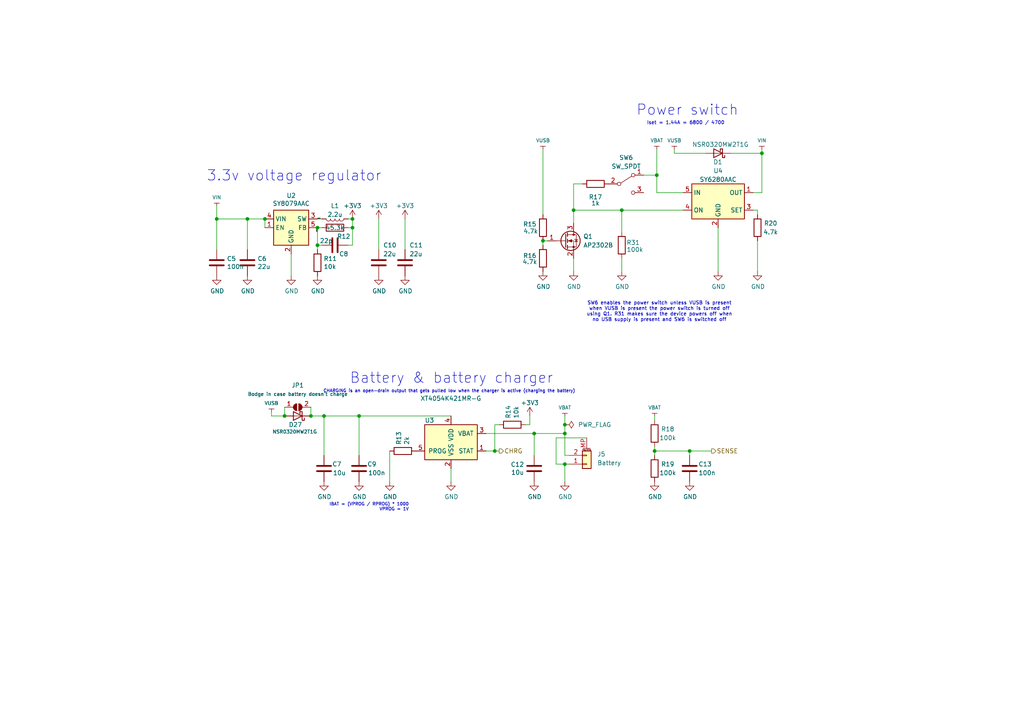
<source format=kicad_sch>
(kicad_sch (version 20231120) (generator "eeschema") (generator_version "7.99")
  (paper "A4")
  (title_block (title "HackerHotel 2024 badge") (date "2023-08-30") (rev "1") (company "Nicolai Electronics & tilde.industries") (comment 1 "License: CERN Open Hardware Licence Version 2 - Permissive"))
  (lib_symbols
    (symbol "Jumper:SolderJumper_2_Open" (pin_names (offset 0) hide)
      (property "Reference" "JP" (at 0 2.032 0))
      (property "Value" "SolderJumper_2_Open" (at 0 -2.54 0))
      (symbol "SolderJumper_2_Open_0_1"
        (arc (start -0.254 1.016) (mid -1.2656 0) (end -0.254 -1.016))
        (arc (start -0.254 1.016) (mid -1.2656 0) (end -0.254 -1.016) (fill (type outline)))
        (polyline (pts (xy -0.254 1.016) (xy -0.254 -1.016)))
        (polyline (pts (xy 0.254 1.016) (xy 0.254 -1.016)))
        (arc (start 0.254 -1.016) (mid 1.2656 0) (end 0.254 1.016))
        (arc (start 0.254 -1.016) (mid 1.2656 0) (end 0.254 1.016) (fill (type outline)))
      )
      (symbol "SolderJumper_2_Open_1_1"
        (pin passive line (at -3.81 0 0) (length 2.54) (name "A") (number "1"))
        (pin passive line (at 3.81 0 180) (length 2.54) (name "B") (number "2"))
      )
    )
    (symbol "Switch:SW_SPDT" (pin_names (offset 0) hide)
      (property "Reference" "SW" (at 0 4.318 0))
      (property "Value" "SW_SPDT" (at 0 -5.08 0))
      (symbol "SW_SPDT_0_0"
        (circle (center -2.032 0) (radius 0.508))
        (circle (center 2.032 -2.54) (radius 0.508))
      )
      (symbol "SW_SPDT_0_1"
        (polyline (pts (xy -1.524 0.254) (xy 1.651 2.286)))
        (circle (center 2.032 2.54) (radius 0.508))
      )
      (symbol "SW_SPDT_1_1"
        (pin passive line (at 5.08 2.54 180) (length 2.54) (name "A") (number "1"))
        (pin passive line (at -5.08 0 0) (length 2.54) (name "B") (number "2"))
        (pin passive line (at 5.08 -2.54 180) (length 2.54) (name "C") (number "3"))
      )
    )
    (symbol "symbols2:+3.3V" (power) (pin_names (offset 0))
      (property "Value" "+3.3V" (at 0 3.556 0))
      (symbol "+3.3V_0_1"
        (polyline (pts (xy -0.762 1.27) (xy 0 2.54)))
        (polyline (pts (xy 0 0) (xy 0 2.54)))
        (polyline (pts (xy 0 2.54) (xy 0.762 1.27)))
      )
      (symbol "+3.3V_1_1"
        (pin power_in line (at 0 0 90) (length 0) hide (name "+3.3V") (number "1"))
      )
    )
    (symbol "symbols2:GND" (power) (pin_names (offset 0))
      (property "Value" "GND" (at 0 -3.81 0))
      (symbol "GND_0_1"
        (polyline (pts (xy 0 0) (xy 0 -1.27) (xy 1.27 -1.27) (xy 0 -2.54) (xy -1.27 -1.27) (xy 0 -1.27)))
      )
      (symbol "GND_1_1"
        (pin power_in line (at 0 0 270) (length 0) hide (name "GND") (number "1"))
      )
    )
    (symbol "symbols2:PWR_FLAG" (power) (pin_numbers hide) (pin_names (offset 0) hide)
      (property "Value" "PWR_FLAG" (at 0 5.08 0))
      (symbol "PWR_FLAG_0_0"
        (pin power_out line (at 0 0 90) (length 0) (name "pwr") (number "1"))
      )
      (symbol "PWR_FLAG_0_1"
        (polyline (pts (xy 0 0) (xy 0 1.27) (xy -1.016 1.905) (xy 0 2.54) (xy 1.016 1.905) (xy 0 1.27)))
      )
    )
    (symbol "symbols2:VBAT-powersyms" (power) (pin_numbers hide) (pin_names (offset 0) hide)
      (property "Value" "VBAT-powersyms" (at 0 1.524 0))
      (symbol "VBAT-powersyms_0_1"
        (polyline (pts (xy -0.762 0.762) (xy 0.762 0.762)))
        (polyline (pts (xy 0 0) (xy 0 0.762)))
      )
      (symbol "VBAT-powersyms_1_1"
        (pin power_in line (at 0 0 90) (length 0) hide (name "VBAT") (number "1"))
      )
    )
    (symbol "symbols2:VIN-vin" (power) (pin_numbers hide) (pin_names (offset 0) hide)
      (property "Value" "VIN-vin" (at 0 1.524 0))
      (symbol "VIN-vin_0_1"
        (polyline (pts (xy -0.762 0.762) (xy 0.762 0.762)))
        (polyline (pts (xy 0 0) (xy 0 0.762)))
      )
      (symbol "VIN-vin_1_1"
        (pin power_in line (at 0 0 90) (length 0) hide (name "VIN") (number "1"))
      )
    )
    (symbol "symbols2:VUSB-vusb" (power) (pin_numbers hide) (pin_names (offset 0) hide)
      (property "Value" "VUSB-vusb" (at 0 1.524 0))
      (symbol "VUSB-vusb_0_1"
        (polyline (pts (xy -0.762 0.762) (xy 0.762 0.762)))
        (polyline (pts (xy 0 0) (xy 0 0.762)))
      )
      (symbol "VUSB-vusb_1_1"
        (pin power_in line (at 0 0 90) (length 0) hide (name "VUSB") (number "1"))
      )
    )
    (symbol "symbols:AAT4610BIGV-1-T1-Power_Management"
      (property "Reference" "U" (at -6.35 -6.35 0))
      (property "Value" "AAT4610BIGV-1-T1-Power_Management" (at 0 6.35 0))
      (symbol "AAT4610BIGV-1-T1-Power_Management_0_1"
        (rectangle (start -7.62 5.08) (end 7.62 -5.08) (stroke (width 0.254)) (fill (type background)))
      )
      (symbol "AAT4610BIGV-1-T1-Power_Management_1_1"
        (pin power_out line (at 10.16 2.54 180) (length 2.54) (name "OUT") (number "1"))
        (pin power_in line (at 0 -7.62 90) (length 2.54) (name "GND") (number "2"))
        (pin passive line (at 10.16 -2.54 180) (length 2.54) (name "SET") (number "3"))
        (pin input line (at -10.16 -2.54 0) (length 2.54) (name "ON") (number "4"))
        (pin power_in line (at -10.16 2.54 0) (length 2.54) (name "IN") (number "5"))
      )
    )
    (symbol "symbols:C" (pin_numbers hide) (pin_names (offset 0.254))
      (property "Reference" "C" (at 0.635 2.54 0))
      (property "Value" "C" (at 0.635 -2.54 0))
      (symbol "C_0_1"
        (polyline (pts (xy -2.032 -0.762) (xy 2.032 -0.762)) (stroke (width 0.508)))
        (polyline (pts (xy -2.032 0.762) (xy 2.032 0.762)) (stroke (width 0.508)))
      )
      (symbol "C_1_1"
        (pin passive line (at 0 3.81 270) (length 2.794) (name "~") (number "1"))
        (pin passive line (at 0 -3.81 90) (length 2.794) (name "~") (number "2"))
      )
    )
    (symbol "symbols:Conn_01x02_MountingPin" (pin_names (offset 1.016) hide)
      (property "Reference" "J" (at 0 2.54 0))
      (property "Value" "Conn_01x02_MountingPin" (at 1.27 -5.08 0))
      (symbol "Conn_01x02_MountingPin_1_1"
        (rectangle (start -1.27 -2.413) (end 0 -2.667) (stroke (width 0.1524)))
        (rectangle (start -1.27 0.127) (end 0 -0.127) (stroke (width 0.1524)))
        (rectangle (start -1.27 1.27) (end 1.27 -3.81) (stroke (width 0.254)) (fill (type background)))
        (polyline (pts (xy -1.016 -4.572) (xy 1.016 -4.572)) (stroke (width 0.1524)))
        (text "Mounting" (at 0 -4.191 0) (effects (font (size 0.381 0.381))))
        (pin passive line (at -5.08 0 0) (length 3.81) (name "Pin_1") (number "1"))
        (pin passive line (at -5.08 -2.54 0) (length 3.81) (name "Pin_2") (number "2"))
        (pin passive line (at 0 -7.62 90) (length 3.048) (name "MountPin") (number "MP"))
      )
    )
    (symbol "symbols:D_Schottky" (pin_numbers hide) (pin_names (offset 1.016) hide)
      (property "Reference" "D" (at 0 2.54 0))
      (property "Value" "D_Schottky" (at 0 -2.54 0))
      (symbol "D_Schottky_0_1"
        (polyline (pts (xy 1.27 0) (xy -1.27 0)))
        (polyline (pts (xy 1.27 1.27) (xy 1.27 -1.27) (xy -1.27 0) (xy 1.27 1.27)) (stroke (width 0.254)))
        (polyline (pts (xy -1.905 0.635) (xy -1.905 1.27) (xy -1.27 1.27) (xy -1.27 -1.27) (xy -0.635 -1.27) (xy -0.635 -0.635)) (stroke (width 0.254)))
      )
      (symbol "D_Schottky_1_1"
        (pin passive line (at -3.81 0 0) (length 2.54) (name "K") (number "1"))
        (pin passive line (at 3.81 0 180) (length 2.54) (name "A") (number "2"))
      )
    )
    (symbol "symbols:L" (pin_numbers hide) (pin_names (offset 1.016) hide)
      (property "Reference" "L" (at -1.27 0 90))
      (property "Value" "L" (at 1.905 0 90))
      (symbol "L_0_1"
        (arc (start 0 -2.54) (mid 0.6323 -1.905) (end 0 -1.27))
        (arc (start 0 -1.27) (mid 0.6323 -0.635) (end 0 0))
        (arc (start 0 0) (mid 0.6323 0.635) (end 0 1.27))
        (arc (start 0 1.27) (mid 0.6323 1.905) (end 0 2.54))
      )
      (symbol "L_1_1"
        (pin passive line (at 0 3.81 270) (length 1.27) (name "1") (number "1"))
        (pin passive line (at 0 -3.81 90) (length 1.27) (name "2") (number "2"))
      )
    )
    (symbol "symbols:MCP73831-2-OT-Battery_Management" (pin_names (offset 1.016))
      (property "Reference" "U" (at -7.62 6.35 0))
      (property "Value" "MCP73831-2-OT-Battery_Management" (at 1.27 6.35 0))
      (symbol "MCP73831-2-OT-Battery_Management_0_1"
        (rectangle (start -7.62 5.08) (end 7.62 -5.08) (stroke (width 0.254)) (fill (type background)))
      )
      (symbol "MCP73831-2-OT-Battery_Management_1_1"
        (pin output line (at 10.16 -2.54 180) (length 2.54) (name "STAT") (number "1"))
        (pin power_in line (at 0 -7.62 90) (length 2.54) (name "VSS") (number "2"))
        (pin power_out line (at 10.16 2.54 180) (length 2.54) (name "VBAT") (number "3"))
        (pin power_in line (at 0 7.62 270) (length 2.54) (name "VDD") (number "4"))
        (pin input line (at -10.16 -2.54 0) (length 2.54) (name "PROG") (number "5"))
      )
    )
    (symbol "symbols:Q_NMOS_GSD" (pin_names (offset 0) hide)
      (property "Reference" "Q" (at 5.08 1.27 0))
      (property "Value" "Q_NMOS_GSD" (at 5.08 -1.27 0))
      (symbol "Q_NMOS_GSD_0_1"
        (polyline (pts (xy 0.254 0) (xy -2.54 0)))
        (polyline (pts (xy 0.254 1.905) (xy 0.254 -1.905)) (stroke (width 0.254)))
        (polyline (pts (xy 0.762 -1.27) (xy 0.762 -2.286)) (stroke (width 0.254)))
        (polyline (pts (xy 0.762 0.508) (xy 0.762 -0.508)) (stroke (width 0.254)))
        (polyline (pts (xy 0.762 2.286) (xy 0.762 1.27)) (stroke (width 0.254)))
        (polyline (pts (xy 2.54 2.54) (xy 2.54 1.778)))
        (polyline (pts (xy 2.54 -2.54) (xy 2.54 0) (xy 0.762 0)))
        (polyline (pts (xy 0.762 -1.778) (xy 3.302 -1.778) (xy 3.302 1.778) (xy 0.762 1.778)))
        (polyline (pts (xy 1.016 0) (xy 2.032 0.381) (xy 2.032 -0.381) (xy 1.016 0)) (fill (type outline)))
        (polyline (pts (xy 2.794 0.508) (xy 2.921 0.381) (xy 3.683 0.381) (xy 3.81 0.254)))
        (polyline (pts (xy 3.302 0.381) (xy 2.921 -0.254) (xy 3.683 -0.254) (xy 3.302 0.381)))
        (circle (center 1.651 0) (radius 2.794) (stroke (width 0.254)))
        (circle (center 2.54 -1.778) (radius 0.254) (fill (type outline)))
        (circle (center 2.54 1.778) (radius 0.254) (fill (type outline)))
      )
      (symbol "Q_NMOS_GSD_1_1"
        (pin input line (at -5.08 0 0) (length 2.54) (name "G") (number "1"))
        (pin passive line (at 2.54 -5.08 90) (length 2.54) (name "S") (number "2"))
        (pin passive line (at 2.54 5.08 270) (length 2.54) (name "D") (number "3"))
      )
    )
    (symbol "symbols:R" (pin_numbers hide) (pin_names (offset 0))
      (property "Reference" "R" (at 2.032 0 90))
      (property "Value" "R" (at 0 0 90))
      (symbol "R_0_1"
        (rectangle (start -1.016 -2.54) (end 1.016 2.54) (stroke (width 0.254)))
      )
      (symbol "R_1_1"
        (pin passive line (at 0 3.81 270) (length 1.27) (name "~") (number "1"))
        (pin passive line (at 0 -3.81 90) (length 1.27) (name "~") (number "2"))
      )
    )
    (symbol "symbols:TLV62568DBV-Regulator_Switching"
      (property "Reference" "U" (at -5.08 6.35 0))
      (property "Value" "TLV62568DBV-Regulator_Switching" (at 0 6.35 0))
      (symbol "TLV62568DBV-Regulator_Switching_0_1"
        (rectangle (start -5.08 5.08) (end 5.08 -5.08) (stroke (width 0.254)) (fill (type background)))
      )
      (symbol "TLV62568DBV-Regulator_Switching_1_1"
        (pin input line (at -7.62 0 0) (length 2.54) (name "EN") (number "1"))
        (pin power_in line (at 0 -7.62 90) (length 2.54) (name "GND") (number "2"))
        (pin power_out line (at 7.62 2.54 180) (length 2.54) (name "SW") (number "3"))
        (pin power_in line (at -7.62 2.54 0) (length 2.54) (name "VIN") (number "4"))
        (pin input line (at 7.62 0 180) (length 2.54) (name "FB") (number "5"))
      )
    )
  )
  (junction (at 163.83 125.73))
  (junction (at 163.83 134.62))
  (junction (at 62.865 63.5))
  (junction (at 90.17 120.65))
  (junction (at 82.55 120.65))
  (junction (at 189.865 130.81))
  (junction (at 71.755 63.5))
  (junction (at 92.075 71.12))
  (junction (at 190.5 50.8))
  (junction (at 76.835 63.5))
  (junction (at 157.48 69.85))
  (junction (at 92.075 66.04))
  (junction (at 102.235 63.5))
  (junction (at 180.34 60.96))
  (junction (at 200.025 130.81))
  (junction (at 154.94 125.73))
  (junction (at 102.235 66.04))
  (junction (at 104.14 120.65))
  (junction (at 143.51 130.81))
  (junction (at 220.98 44.45))
  (junction (at 166.37 60.96))
  (junction (at 163.83 123.19))
  (junction (at 93.98 120.65))
  (wire (pts (xy 100.965 71.12) (xy 102.235 71.12)))
  (wire (pts (xy 208.28 66.04) (xy 208.28 78.74)))
  (wire (pts (xy 102.235 63.5) (xy 100.965 63.5)))
  (wire (pts (xy 154.94 125.73) (xy 163.83 125.73)))
  (wire (pts (xy 195.58 43.18) (xy 195.58 44.45)))
  (wire (pts (xy 195.58 44.45) (xy 204.47 44.45)))
  (wire (pts (xy 82.55 118.11) (xy 82.55 120.65)))
  (wire (pts (xy 92.075 72.39) (xy 92.075 71.12)))
  (wire (pts (xy 186.69 50.8) (xy 190.5 50.8)))
  (wire (pts (xy 180.34 60.96) (xy 180.34 67.31)))
  (wire (pts (xy 163.83 120.65) (xy 163.83 123.19)))
  (wire (pts (xy 190.5 50.8) (xy 190.5 55.88)))
  (wire (pts (xy 189.865 130.81) (xy 200.025 130.81)))
  (wire (pts (xy 113.03 130.81) (xy 113.03 139.7)))
  (wire (pts (xy 109.855 63.5) (xy 109.855 72.39)))
  (wire (pts (xy 143.51 130.81) (xy 144.78 130.81)))
  (wire (pts (xy 200.025 130.81) (xy 200.025 132.08)))
  (wire (pts (xy 168.91 53.34) (xy 166.37 53.34)))
  (wire (pts (xy 71.755 63.5) (xy 76.835 63.5)))
  (wire (pts (xy 92.075 71.12) (xy 92.075 66.04)))
  (wire (pts (xy 220.98 44.45) (xy 220.98 55.88)))
  (wire (pts (xy 153.67 120.65) (xy 153.67 123.19)))
  (wire (pts (xy 165.1 134.62) (xy 163.83 134.62)))
  (wire (pts (xy 158.75 69.85) (xy 157.48 69.85)))
  (wire (pts (xy 130.81 135.89) (xy 130.81 139.7)))
  (wire (pts (xy 90.17 118.11) (xy 90.17 120.65)))
  (wire (pts (xy 62.865 63.5) (xy 71.755 63.5)))
  (wire (pts (xy 102.235 66.04) (xy 100.965 66.04)))
  (wire (pts (xy 154.94 132.08) (xy 154.94 125.73)))
  (wire (pts (xy 212.09 44.45) (xy 220.98 44.45)))
  (wire (pts (xy 163.83 123.19) (xy 163.83 125.73)))
  (wire (pts (xy 189.865 129.54) (xy 189.865 130.81)))
  (wire (pts (xy 157.48 43.18) (xy 157.48 62.23)))
  (wire (pts (xy 219.71 69.85) (xy 219.71 78.74)))
  (wire (pts (xy 78.74 120.65) (xy 78.74 119.38)))
  (wire (pts (xy 189.865 130.81) (xy 189.865 132.08)))
  (wire (pts (xy 93.98 132.08) (xy 93.98 120.65)))
  (wire (pts (xy 163.83 125.73) (xy 163.83 132.08)))
  (wire (pts (xy 189.865 120.65) (xy 189.865 121.92)))
  (wire (pts (xy 220.98 44.45) (xy 220.98 43.18)))
  (wire (pts (xy 102.235 71.12) (xy 102.235 66.04)))
  (wire (pts (xy 143.51 130.81) (xy 140.97 130.81)))
  (wire (pts (xy 71.755 72.39) (xy 71.755 63.5)))
  (wire (pts (xy 92.075 66.04) (xy 93.345 66.04)))
  (wire (pts (xy 104.14 120.65) (xy 104.14 132.08)))
  (wire (pts (xy 180.34 60.96) (xy 198.12 60.96)))
  (wire (pts (xy 190.5 55.88) (xy 198.12 55.88)))
  (wire (pts (xy 219.71 60.96) (xy 218.44 60.96)))
  (wire (pts (xy 157.48 69.85) (xy 157.48 71.12)))
  (wire (pts (xy 62.865 63.5) (xy 62.865 72.39)))
  (wire (pts (xy 93.345 71.12) (xy 92.075 71.12)))
  (wire (pts (xy 90.17 120.65) (xy 93.98 120.65)))
  (wire (pts (xy 180.34 74.93) (xy 180.34 78.74)))
  (wire (pts (xy 161.29 127) (xy 161.29 134.62)))
  (wire (pts (xy 161.29 134.62) (xy 163.83 134.62)))
  (wire (pts (xy 190.5 43.18) (xy 190.5 50.8)))
  (wire (pts (xy 102.235 66.04) (xy 102.235 63.5)))
  (wire (pts (xy 130.81 120.65) (xy 104.14 120.65)))
  (wire (pts (xy 144.78 123.19) (xy 143.51 123.19)))
  (wire (pts (xy 166.37 60.96) (xy 166.37 64.77)))
  (wire (pts (xy 218.44 55.88) (xy 220.98 55.88)))
  (wire (pts (xy 76.835 66.04) (xy 76.835 63.5)))
  (wire (pts (xy 153.67 123.19) (xy 152.4 123.19)))
  (wire (pts (xy 166.37 53.34) (xy 166.37 60.96)))
  (wire (pts (xy 219.71 62.23) (xy 219.71 60.96)))
  (wire (pts (xy 84.455 73.66) (xy 84.455 80.01)))
  (wire (pts (xy 143.51 123.19) (xy 143.51 130.81)))
  (wire (pts (xy 92.075 63.5) (xy 93.345 63.5)))
  (wire (pts (xy 161.29 127) (xy 170.18 127)))
  (wire (pts (xy 166.37 60.96) (xy 180.34 60.96)))
  (wire (pts (xy 93.98 120.65) (xy 104.14 120.65)))
  (wire (pts (xy 163.83 132.08) (xy 165.1 132.08)))
  (wire (pts (xy 140.97 125.73) (xy 154.94 125.73)))
  (wire (pts (xy 163.83 134.62) (xy 163.83 139.7)))
  (wire (pts (xy 200.025 130.81) (xy 206.375 130.81)))
  (wire (pts (xy 78.74 120.65) (xy 82.55 120.65)))
  (wire (pts (xy 166.37 74.93) (xy 166.37 78.74)))
  (wire (pts (xy 117.475 72.39) (xy 117.475 63.5)))
  (wire (pts (xy 62.865 59.69) (xy 62.865 63.5)))
  (text "CHARGING is an open-drain output that gets pulled low when the charger is active (charging the battery)" (at 166.878 114.046 0) (effects (font (size 0.889 0.889)) (justify right bottom)))
  (text "Power switch" (at 214.249 33.782 0) (effects (font (size 2.9972 2.9972)) (justify right bottom)))
  (text "Battery & battery charger" (at 160.528 111.506 0) (effects (font (size 2.9972 2.9972)) (justify right bottom)))
  (text "SW6 enables the power switch unless VUSB is present\nwhen VUSB is present the power switch is turned off\nusing Q1. R31 makes sure the device powers off when\nno USB supply is present and SW6 is switched off" (at 191.262 90.424 0) (effects (font (size 1 1))))
  (text "3.3v voltage regulator" (at 110.744 52.832 0) (effects (font (size 2.9972 2.9972)) (justify right bottom)))
  (text "IBAT = (VPROG / RPROG) * 1000\nVPROG = 1V\n" (at 118.618 148.336 0) (effects (font (size 0.889 0.889)) (justify right bottom)))
  (text "Iset = 1.44A = 6800 / 4700" (at 187.579 36.322 0) (effects (font (size 0.9906 0.9906)) (justify left bottom)))
  (label "SW33" (at 92.075 63.5 0) (effects (font (size 0.2032 0.2032))))
  (label "FB33" (at 92.075 67.31 90) (effects (font (size 0.2032 0.2032))))
  (hierarchical_label "SENSE" (shape output) (at 206.375 130.81 0))
  (hierarchical_label "CHRG" (shape output) (at 144.78 130.81 0))
  (symbol (lib_id "symbols2:VIN-vin") (at 62.865 59.69 0) (unit 1)
    (property "Reference" "#PWR030" (effects (hide yes)))
    (property "Value" "VIN" (at 62.865 57.2516 0) (effects (font (size 1.016 1.016))))
  )
  (symbol (lib_id "symbols:C") (at 200.025 135.89 0) (unit 1)
    (property "Reference" "C13" (at 202.565 134.62 0) (effects (justify left)))
    (property "Value" "100n" (at 202.565 137.16 0) (effects (justify left)))
    (property "Footprint" "Capacitor_SMD:C_0805_2012Metric" (effects (hide yes)))
    (property "Datasheet" "https://datasheet.lcsc.com/lcsc/1912300933_TORCH-C0805B104K500NT_C476766.pdf" (effects (hide yes)))
    (property "LCSC" "C476766" (effects (hide yes)))
    (property "Link" "https://www.lcsc.com/product-detail/Multilayer-Ceramic-Capacitors-MLCC-SMD-SMT_TORCH-C0805B104K500NT_C476766.html" (effects (hide yes)))
  )
  (symbol (lib_id "symbols:C") (at 104.14 135.89 180) (unit 1)
    (property "Reference" "C9" (at 109.22 134.62 0) (effects (justify left)))
    (property "Value" "100n" (at 111.76 137.16 0) (effects (justify left)))
    (property "Footprint" "Capacitor_SMD:C_0805_2012Metric" (effects (hide yes)))
    (property "Datasheet" "https://datasheet.lcsc.com/lcsc/1912300933_TORCH-C0805B104K500NT_C476766.pdf" (effects (hide yes)))
    (property "LCSC" "C476766" (effects (hide yes)))
    (property "Link" "https://www.lcsc.com/product-detail/Multilayer-Ceramic-Capacitors-MLCC-SMD-SMT_TORCH-C0805B104K500NT_C476766.html" (effects (hide yes)))
  )
  (symbol (lib_id "symbols2:GND") (at 84.455 80.01 0) (unit 1)
    (property "Reference" "#PWR033" (effects (hide yes)))
    (property "Value" "GND" (at 84.582 84.4042 0))
    (property "Description" "Power symbol creates a global label with name \"GND\" , ground" (effects (hide yes)))
  )
  (symbol (lib_id "symbols2:+3.3V") (at 153.67 120.65 0) (unit 1)
    (property "Reference" "#PWR047" (effects (hide yes)))
    (property "Value" "+3V3" (at 153.67 116.84 0))
    (property "Description" "Power symbol creates a global label with name \"+3.3V\"" (effects (hide yes)))
  )
  (symbol (lib_id "symbols2:VIN-vin") (at 220.98 43.18 0) (unit 1)
    (property "Reference" "#PWR061" (effects (hide yes)))
    (property "Value" "VIN" (at 220.98 40.7416 0) (effects (font (size 1.016 1.016))))
  )
  (symbol (lib_id "symbols2:VBAT-powersyms") (at 190.5 43.18 0) (unit 1)
    (property "Reference" "#PWR053" (effects (hide yes)))
    (property "Value" "VBAT" (at 190.5 40.7416 0) (effects (font (size 1.016 1.016))))
  )
  (symbol (lib_id "symbols:Q_NMOS_GSD") (at 163.83 69.85 0) (unit 1)
    (property "Reference" "Q1" (at 169.164 68.5799 0) (effects (justify left)))
    (property "Value" "AP2302B" (at 169.164 71.1199 0) (effects (justify left)))
    (property "Footprint" "hh24:SOT-23" (effects (hide yes)))
    (property "Datasheet" "https://datasheet.lcsc.com/lcsc/1912111437_ALLPOWER-ShenZhen-Quan-Li-Semiconductor-AP2302B_C406812.pdf" (effects (hide yes)))
    (property "LCSC" "C406812" (effects (hide yes)))
    (property "Link" "https://www.lcsc.com/product-detail/MOSFETs_ALLPOWER-ShenZhen-Quan-Li-Semiconductor-AP2302B_C406812.html" (effects (hide yes)))
  )
  (symbol (lib_id "symbols2:GND") (at 71.755 80.01 0) (unit 1)
    (property "Reference" "#PWR032" (effects (hide yes)))
    (property "Value" "GND" (at 71.882 84.4042 0))
    (property "Description" "Power symbol creates a global label with name \"GND\" , ground" (effects (hide yes)))
  )
  (symbol (lib_id "symbols2:GND") (at 109.855 80.01 0) (unit 1)
    (property "Reference" "#PWR041" (effects (hide yes)))
    (property "Value" "GND" (at 109.982 84.4042 0))
    (property "Description" "Power symbol creates a global label with name \"GND\" , ground" (effects (hide yes)))
  )
  (symbol (lib_id "symbols:C") (at 109.855 76.2 0) (unit 1)
    (property "Reference" "C10" (at 111.125 71.12 0) (effects (justify left)))
    (property "Value" "22u" (at 111.125 73.66 0) (effects (justify left)))
    (property "Footprint" "Capacitor_SMD:C_0805_2012Metric" (effects (hide yes)))
    (property "Datasheet" "https://datasheet.lcsc.com/lcsc/2006102223_Samsung-Electro-Mechanics-CL21A226MAYNNNE_C602037.pdf" (effects (hide yes)))
    (property "LCSC" "C602037" (effects (hide yes)))
    (property "Link" "https://www.lcsc.com/product-detail/Multilayer-Ceramic-Capacitors-MLCC-SMD-SMT_Samsung-Electro-Mechanics-CL21A226MAYNNNE_C602037.html" (effects (hide yes)))
  )
  (symbol (lib_id "symbols:AAT4610BIGV-1-T1-Power_Management") (at 208.28 58.42 0) (unit 1)
    (property "Reference" "U4" (at 208.28 49.53 0))
    (property "Value" "SY6280AAC" (at 208.28 52.07 0))
    (property "Footprint" "hh24:SOT-23-5" (effects (hide yes)))
    (property "Datasheet" "https://datasheet.lcsc.com/lcsc/1810121532_Silergy-Corp-SY6280AAC_C55136.pdf" (effects (hide yes)))
    (property "LCSC" "C55136" (effects (hide yes)))
    (property "Link" "https://www.lcsc.com/product-detail/Power-Distribution-Switches_Silergy-Corp-SY6280AAC_C55136.html" (effects (hide yes)))
  )
  (symbol (lib_id "symbols2:+3.3V") (at 109.855 63.5 0) (unit 1)
    (property "Reference" "#PWR040" (effects (hide yes)))
    (property "Value" "+3V3" (at 109.855 59.69 0))
    (property "Description" "Power symbol creates a global label with name \"+3.3V\"" (effects (hide yes)))
  )
  (symbol (lib_id "symbols2:VBAT-powersyms") (at 189.865 120.65 0) (unit 1)
    (property "Reference" "#PWR055" (effects (hide yes)))
    (property "Value" "VBAT" (at 189.865 118.2116 0) (effects (font (size 1.016 1.016))))
  )
  (symbol (lib_id "symbols2:PWR_FLAG") (at 163.83 123.19 270) (unit 1)
    (property "Reference" "#FLG02" (effects (hide yes)))
    (property "Value" "PWR_FLAG" (at 167.64 123.19 90) (effects (justify left)))
  )
  (symbol (lib_id "symbols:C") (at 97.155 71.12 270) (unit 1)
    (property "Reference" "C8" (at 99.695 73.66 90))
    (property "Value" "22p" (at 94.615 69.85 90))
    (property "Footprint" "Capacitor_SMD:C_0805_2012Metric" (effects (hide yes)))
    (property "Datasheet" "https://datasheet.lcsc.com/lcsc/2208181800_FOJAN-FCC0805N220J500BT_C5137614.pdf" (effects (hide yes)))
    (property "LCSC" "C5137614" (effects (hide yes)))
    (property "Link" "https://www.lcsc.com/product-detail/Multilayer-Ceramic-Capacitors-MLCC-SMD-SMT_FOJAN-FCC0805N220J500BT_C5137614.html" (effects (hide yes)))
  )
  (symbol (lib_id "symbols2:GND") (at 117.475 80.01 0) (unit 1)
    (property "Reference" "#PWR044" (effects (hide yes)))
    (property "Value" "GND" (at 117.602 84.4042 0))
    (property "Description" "Power symbol creates a global label with name \"GND\" , ground" (effects (hide yes)))
  )
  (symbol (lib_id "symbols2:+3.3V") (at 117.475 63.5 0) (unit 1)
    (property "Reference" "#PWR043" (effects (hide yes)))
    (property "Value" "+3V3" (at 117.475 59.69 0))
    (property "Description" "Power symbol creates a global label with name \"+3.3V\"" (effects (hide yes)))
  )
  (symbol (lib_id "Switch:SW_SPDT") (at 181.61 53.34 0) (unit 1)
    (property "Reference" "SW6" (at 181.61 45.72 0))
    (property "Value" "SW_SPDT" (at 181.61 48.26 0))
    (property "Footprint" "Button_Switch_SMD:SW_SPDT_PCM12" (effects (hide yes)))
    (property "Datasheet" "https://datasheet.lcsc.com/lcsc/2110151630_XKB-Connectivity-SK-3296S-01-L1_C319020.pdf" (effects (hide yes)))
    (property "Link" "https://www.lcsc.com/product-detail/Toggle-Switches_XKB-Connectivity-SK-3296S-01-L1_C319020.html" (effects (hide yes)))
    (property "LCSC" "C319020" (effects (hide yes)))
  )
  (symbol (lib_id "symbols2:GND") (at 163.83 139.7 0) (unit 1)
    (property "Reference" "#PWR050" (effects (hide yes)))
    (property "Value" "GND" (at 163.957 144.0942 0))
    (property "Description" "Power symbol creates a global label with name \"GND\" , ground" (effects (hide yes)))
  )
  (symbol (lib_id "symbols:D_Schottky") (at 86.36 120.65 180) (unit 1)
    (property "Reference" "D27" (at 87.63 123.19 0) (effects (justify left)))
    (property "Value" "NSR0320MW2T1G" (at 91.948 125.222 0) (effects (font (size 1 1)) (justify left)))
    (property "Footprint" "hh24:D_SOD-323" (effects (hide yes)))
    (property "Datasheet" "https://datasheet.lcsc.com/lcsc/1806150330_onsemi-NSR0320MW2T1G_C48192.pdf" (effects (hide yes)))
    (property "LCSC" "C48192" (effects (hide yes)))
    (property "Link" "https://www.lcsc.com/product-detail/Schottky-Barrier-Diodes-SBD_onsemi-NSR0320MW2T1G_C48192.html" (effects (hide yes)))
  )
  (symbol (lib_id "symbols:R") (at 157.48 66.04 0) (unit 1)
    (property "Reference" "R15" (at 153.67 65.024 0))
    (property "Value" "4.7k" (at 153.924 67.056 0))
    (property "Footprint" "Resistor_SMD:R_0805_2012Metric" (effects (hide yes)))
    (property "LCSC" "C2907326" (effects (hide yes)))
    (property "Link" "https://www.lcsc.com/product-detail/Chip-span-style-background-color-ff0-Resistor-span-Surface-Mount_FOJAN-FRC0805J472-TS_C2907326.html" (effects (hide yes)))
  )
  (symbol (lib_id "symbols2:GND") (at 208.28 78.74 0) (unit 1)
    (property "Reference" "#PWR059" (effects (hide yes)))
    (property "Value" "GND" (at 208.407 83.1342 0))
    (property "Description" "Power symbol creates a global label with name \"GND\" , ground" (effects (hide yes)))
  )
  (symbol (lib_id "symbols2:GND") (at 130.81 139.7 0) (unit 1)
    (property "Reference" "#PWR046" (effects (hide yes)))
    (property "Value" "GND" (at 130.937 144.0942 0))
    (property "Description" "Power symbol creates a global label with name \"GND\" , ground" (effects (hide yes)))
  )
  (symbol (lib_id "symbols2:GND") (at 200.025 139.7 0) (unit 1)
    (property "Reference" "#PWR058" (effects (hide yes)))
    (property "Value" "GND" (at 200.152 144.0942 0))
    (property "Description" "Power symbol creates a global label with name \"GND\" , ground" (effects (hide yes)))
  )
  (symbol (lib_id "symbols:R") (at 219.71 66.04 180) (unit 1)
    (property "Reference" "R20" (at 223.52 64.77 0))
    (property "Value" "4.7k" (at 223.52 67.31 0))
    (property "Footprint" "Resistor_SMD:R_0805_2012Metric" (effects (hide yes)))
    (property "Datasheet" "https://datasheet.lcsc.com/lcsc/2308241947_FOJAN-FRC0805J472-TS_C2907326.pdf" (effects (hide yes)))
    (property "LCSC" "C2907326" (effects (hide yes)))
    (property "Link" "https://www.lcsc.com/product-detail/Chip-span-style-background-color-ff0-Resistor-span-Surface-Mount_FOJAN-FRC0805J472-TS_C2907326.html" (effects (hide yes)))
  )
  (symbol (lib_id "symbols:R") (at 189.865 125.73 180) (unit 1)
    (property "Reference" "R18" (at 193.675 124.46 0))
    (property "Value" "100k" (at 193.675 127 0))
    (property "Footprint" "Resistor_SMD:R_0805_2012Metric" (effects (hide yes)))
    (property "Datasheet" "https://datasheet.lcsc.com/lcsc/2308241947_FOJAN-FRC0805J104-TS_C2907293.pdf" (effects (hide yes)))
    (property "LCSC" "C2907293" (effects (hide yes)))
    (property "Link" "https://www.lcsc.com/product-detail/Chip-span-style-background-color-ff0-Resistor-span-Surface-Mount_FOJAN-FRC0805J104-TS_C2907293.html" (effects (hide yes)))
  )
  (symbol (lib_id "symbols:TLV62568DBV-Regulator_Switching") (at 84.455 66.04 0) (unit 1)
    (property "Reference" "U2" (at 84.455 56.7182 0))
    (property "Value" "SY8079AAC" (at 84.455 59.0296 0))
    (property "Footprint" "hh24:SOT-23-5" (effects (hide yes)))
    (property "Datasheet" "https://datasheet.lcsc.com/lcsc/1809050356_Silergy-Corp-SY8079AAC_C133751.pdf" (effects (hide yes)))
    (property "LCSC" "C133751" (effects (hide yes)))
    (property "Link" "https://www.lcsc.com/product-detail/DC-DC-Converters_Silergy-Corp-SY8079AAC_C133751.html" (effects (hide yes)))
  )
  (symbol (lib_id "symbols:R") (at 172.72 53.34 90) (unit 1)
    (property "Reference" "R17" (at 172.72 57.15 90))
    (property "Value" "1k" (at 172.72 58.928 90))
    (property "Footprint" "Resistor_SMD:R_0805_2012Metric" (effects (hide yes)))
    (property "LCSC" "C3017842" (effects (hide yes)))
    (property "Link" "https://www.lcsc.com/product-detail/Chip-span-style-background-color-ff0-Resistor-span-Surface-Mount_VO-SCR0805J1K_C3017842.html " (effects (hide yes)))
  )
  (symbol (lib_id "symbols2:GND") (at 166.37 78.74 0) (unit 1)
    (property "Reference" "#PWR054" (effects (hide yes)))
    (property "Value" "GND" (at 166.497 83.1342 0))
    (property "Description" "Power symbol creates a global label with name \"GND\" , ground" (effects (hide yes)))
  )
  (symbol (lib_id "symbols:C") (at 62.865 76.2 0) (unit 1)
    (property "Reference" "C5" (at 65.786 75.0316 0) (effects (justify left)))
    (property "Value" "100n" (at 65.786 77.343 0) (effects (justify left)))
    (property "Footprint" "Capacitor_SMD:C_0805_2012Metric" (effects (hide yes)))
    (property "Datasheet" "https://datasheet.lcsc.com/lcsc/1912300933_TORCH-C0805B104K500NT_C476766.pdf" (effects (hide yes)))
    (property "LCSC" "C476766" (effects (hide yes)))
    (property "Link" "https://www.lcsc.com/product-detail/Multilayer-Ceramic-Capacitors-MLCC-SMD-SMT_TORCH-C0805B104K500NT_C476766.html" (effects (hide yes)))
  )
  (symbol (lib_id "symbols:R") (at 180.34 71.12 180) (unit 1)
    (property "Reference" "R31" (at 183.642 70.358 0))
    (property "Value" "100k" (at 184.15 72.39 0))
    (property "Footprint" "Resistor_SMD:R_0805_2012Metric" (effects (hide yes)))
    (property "Datasheet" "https://datasheet.lcsc.com/lcsc/2308241947_FOJAN-FRC0805J104-TS_C2907293.pdf" (effects (hide yes)))
    (property "LCSC" "C2907293" (effects (hide yes)))
    (property "Link" "https://www.lcsc.com/product-detail/Chip-span-style-background-color-ff0-Resistor-span-Surface-Mount_FOJAN-FRC0805J104-TS_C2907293.html" (effects (hide yes)))
  )
  (symbol (lib_id "symbols:Conn_01x02_MountingPin") (at 170.18 134.62 0) (mirror x) (unit 1)
    (property "Reference" "J5" (at 173.228 131.7243 0) (effects (justify left)))
    (property "Value" "Battery" (at 173.228 134.2643 0) (effects (justify left)))
    (property "Footprint" "hh24:JST_S2B-ZR-SM4A-TF(LF)(SN)" (effects (hide yes)))
    (property "Datasheet" "https://datasheet.lcsc.com/lcsc/1912111437_JST-Sales-America-S2B-ZR-SM4A-TF-LF-SN_C265329.pdf" (effects (hide yes)))
    (property "LCSC" "C265329" (effects (hide yes)))
    (property "Link" "https://www.lcsc.com/product-detail/Wire-To-Board-Wire-To-Wire-Connector_JST-Sales-America-S2B-ZR-SM4A-TF-LF-SN_C265329.html" (effects (hide yes)))
  )
  (symbol (lib_id "symbols2:+3.3V") (at 102.235 63.5 0) (unit 1)
    (property "Reference" "#PWR037" (effects (hide yes)))
    (property "Value" "+3V3" (at 102.235 59.69 0))
    (property "Description" "Power symbol creates a global label with name \"+3.3V\"" (effects (hide yes)))
  )
  (symbol (lib_id "symbols2:VUSB-vusb") (at 195.58 43.18 0) (unit 1)
    (property "Reference" "#PWR057" (effects (hide yes)))
    (property "Value" "VUSB" (at 195.58 40.7416 0) (effects (font (size 1.016 1.016))))
  )
  (symbol (lib_id "symbols2:GND") (at 180.34 78.74 0) (unit 1)
    (property "Reference" "#PWR089" (effects (hide yes)))
    (property "Value" "GND" (at 180.467 83.1342 0))
    (property "Description" "Power symbol creates a global label with name \"GND\" , ground" (effects (hide yes)))
  )
  (symbol (lib_id "symbols:R") (at 116.84 130.81 90) (unit 1)
    (property "Reference" "R13" (at 115.6716 129.032 0) (effects (justify left)))
    (property "Value" "2k" (at 117.983 129.032 0) (effects (justify left)))
    (property "Footprint" "Resistor_SMD:R_0805_2012Metric" (effects (hide yes)))
    (property "Datasheet" "https://datasheet.lcsc.com/lcsc/2205131800_VO-SCR0805J2K_C3017846.pdf" (effects (hide yes)))
    (property "LCSC" "C3017846 " (effects (hide yes)))
    (property "Link" "https://www.lcsc.com/product-detail/Chip-span-style-background-color-ff0-Resistor-span-Surface-Mount_VO-SCR0805J2K_C3017846.html" (effects (hide yes)))
  )
  (symbol (lib_id "symbols:C") (at 71.755 76.2 0) (unit 1)
    (property "Reference" "C6" (at 74.676 75.0316 0) (effects (justify left)))
    (property "Value" "22u" (at 74.676 77.343 0) (effects (justify left)))
    (property "Footprint" "Capacitor_SMD:C_0805_2012Metric" (effects (hide yes)))
    (property "Datasheet" "https://datasheet.lcsc.com/lcsc/2006102223_Samsung-Electro-Mechanics-CL21A226MAYNNNE_C602037.pdf" (effects (hide yes)))
    (property "LCSC" "C602037" (effects (hide yes)))
    (property "Link" "https://www.lcsc.com/product-detail/Multilayer-Ceramic-Capacitors-MLCC-SMD-SMT_Samsung-Electro-Mechanics-CL21A226MAYNNNE_C602037.html" (effects (hide yes)))
  )
  (symbol (lib_id "symbols2:GND") (at 113.03 139.7 0) (unit 1)
    (property "Reference" "#PWR042" (effects (hide yes)))
    (property "Value" "GND" (at 113.157 144.0942 0))
    (property "Description" "Power symbol creates a global label with name \"GND\" , ground" (effects (hide yes)))
  )
  (symbol (lib_id "symbols2:VUSB-vusb") (at 157.48 43.18 0) (unit 1)
    (property "Reference" "#PWR051" (effects (hide yes)))
    (property "Value" "VUSB" (at 157.48 40.7416 0) (effects (font (size 1.016 1.016))))
  )
  (symbol (lib_id "symbols2:GND") (at 93.98 139.7 0) (unit 1)
    (property "Reference" "#PWR036" (effects (hide yes)))
    (property "Value" "GND" (at 94.107 144.0942 0))
    (property "Description" "Power symbol creates a global label with name \"GND\" , ground" (effects (hide yes)))
  )
  (symbol (lib_id "symbols2:GND") (at 219.71 78.74 0) (unit 1)
    (property "Reference" "#PWR060" (effects (hide yes)))
    (property "Value" "GND" (at 219.837 83.1342 0))
    (property "Description" "Power symbol creates a global label with name \"GND\" , ground" (effects (hide yes)))
  )
  (symbol (lib_id "symbols:R") (at 97.155 66.04 270) (unit 1)
    (property "Reference" "R12" (at 99.695 68.58 90))
    (property "Value" "45.3k" (at 97.155 66.04 90))
    (property "Footprint" "Resistor_SMD:R_0805_2012Metric" (effects (hide yes)))
    (property "Datasheet" "https://datasheet.lcsc.com/lcsc/2211151030_Viking-Tech-ARG05DTC4532_C5266157.pdf" (effects (hide yes)))
    (property "LCSC" "C5266157" (effects (hide yes)))
    (property "Link" "https://www.lcsc.com/product-detail/Chip-span-style-background-color-ff0-Resistor-span-Surface-Mount_Viking-Tech-ARG05DTC4532_C5266157.html" (effects (hide yes)))
  )
  (symbol (lib_id "symbols2:VBAT-powersyms") (at 163.83 120.65 0) (unit 1)
    (property "Reference" "#PWR049" (effects (hide yes)))
    (property "Value" "VBAT" (at 163.83 118.2116 0) (effects (font (size 1.016 1.016))))
  )
  (symbol (lib_id "symbols:C") (at 154.94 135.89 0) (mirror y) (unit 1)
    (property "Reference" "C12" (at 152.019 134.7216 0) (effects (justify left)))
    (property "Value" "10u" (at 152.019 137.033 0) (effects (justify left)))
    (property "Footprint" "Capacitor_SMD:C_0805_2012Metric" (effects (hide yes)))
    (property "Datasheet" "https://datasheet.lcsc.com/lcsc/2210121101_Samwha-Capacitor-CS2012X7R106M100NRE_C5189822.pdf" (effects (hide yes)))
    (property "LCSC" "C5189822" (effects (hide yes)))
    (property "Link" "https://www.lcsc.com/product-detail/Multilayer-Ceramic-Capacitors-MLCC-SMD-SMT_Samwha-Capacitor-CS2012X7R106M100NRE_C5189822.html" (effects (hide yes)))
  )
  (symbol (lib_id "symbols:L") (at 97.155 63.5 270) (unit 1)
    (property "Reference" "L1" (at 97.155 59.69 90))
    (property "Value" "2.2u" (at 97.155 62.23 90))
    (property "Footprint" "hh24:Inductor_MSC20FC" (effects (hide yes)))
    (property "Datasheet" "https://datasheet.lcsc.com/lcsc/1912111437_PSA-Prosperity-Dielectrics-MCS20FC-2R2MHC_C375944.pdf" (effects (hide yes)))
    (property "LCSC" "C375944" (effects (hide yes)))
    (property "Link" "https://www.lcsc.com/product-detail/Power-Inductors_PSA-Prosperity-Dielectrics-MCS20FC-2R2MHC_C375944.html" (effects (hide yes)))
  )
  (symbol (lib_id "symbols2:GND") (at 62.865 80.01 0) (unit 1)
    (property "Reference" "#PWR031" (effects (hide yes)))
    (property "Value" "GND" (at 62.992 84.4042 0))
    (property "Description" "Power symbol creates a global label with name \"GND\" , ground" (effects (hide yes)))
  )
  (symbol (lib_id "symbols2:GND") (at 189.865 139.7 0) (unit 1)
    (property "Reference" "#PWR056" (effects (hide yes)))
    (property "Value" "GND" (at 189.992 144.0942 0))
    (property "Description" "Power symbol creates a global label with name \"GND\" , ground" (effects (hide yes)))
  )
  (symbol (lib_id "symbols:C") (at 93.98 135.89 180) (unit 1)
    (property "Reference" "C7" (at 99.06 134.62 0) (effects (justify left)))
    (property "Value" "10u" (at 100.33 137.16 0) (effects (justify left)))
    (property "Footprint" "Capacitor_SMD:C_0805_2012Metric" (effects (hide yes)))
    (property "Datasheet" "https://datasheet.lcsc.com/lcsc/2210121101_Samwha-Capacitor-CS2012X7R106M100NRE_C5189822.pdf" (effects (hide yes)))
    (property "LCSC" "C5189822" (effects (hide yes)))
    (property "Link" "https://www.lcsc.com/product-detail/Multilayer-Ceramic-Capacitors-MLCC-SMD-SMT_Samwha-Capacitor-CS2012X7R106M100NRE_C5189822.html" (effects (hide yes)))
  )
  (symbol (lib_id "symbols:D_Schottky") (at 208.28 44.45 180) (unit 1)
    (property "Reference" "D1" (at 209.55 46.99 0) (effects (justify left)))
    (property "Value" "NSR0320MW2T1G" (at 217.17 41.91 0) (effects (justify left)))
    (property "Footprint" "hh24:D_SOD-323" (effects (hide yes)))
    (property "Datasheet" "https://datasheet.lcsc.com/lcsc/1806150330_onsemi-NSR0320MW2T1G_C48192.pdf" (effects (hide yes)))
    (property "LCSC" "C48192" (effects (hide yes)))
    (property "Link" "https://www.lcsc.com/product-detail/Schottky-Barrier-Diodes-SBD_onsemi-NSR0320MW2T1G_C48192.html" (effects (hide yes)))
  )
  (symbol (lib_id "symbols2:GND") (at 104.14 139.7 0) (unit 1)
    (property "Reference" "#PWR039" (effects (hide yes)))
    (property "Value" "GND" (at 104.267 144.0942 0))
    (property "Description" "Power symbol creates a global label with name \"GND\" , ground" (effects (hide yes)))
  )
  (symbol (lib_id "symbols:R") (at 157.48 74.93 0) (mirror x) (unit 1)
    (property "Reference" "R16" (at 153.67 74.168 0))
    (property "Value" "4.7k" (at 153.67 75.946 0))
    (property "Footprint" "Resistor_SMD:R_0805_2012Metric" (effects (hide yes)))
    (property "LCSC" "C2907326" (effects (hide yes)))
    (property "Link" "https://www.lcsc.com/product-detail/Chip-span-style-background-color-ff0-Resistor-span-Surface-Mount_FOJAN-FRC0805J472-TS_C2907326.html" (effects (hide yes)))
  )
  (symbol (lib_id "symbols:C") (at 117.475 76.2 0) (unit 1)
    (property "Reference" "C11" (at 118.745 71.12 0) (effects (justify left)))
    (property "Value" "22u" (at 118.745 73.66 0) (effects (justify left)))
    (property "Footprint" "Capacitor_SMD:C_0805_2012Metric" (effects (hide yes)))
    (property "Datasheet" "https://datasheet.lcsc.com/lcsc/2006102223_Samsung-Electro-Mechanics-CL21A226MAYNNNE_C602037.pdf" (effects (hide yes)))
    (property "LCSC" "C602037" (effects (hide yes)))
    (property "Link" "https://www.lcsc.com/product-detail/Multilayer-Ceramic-Capacitors-MLCC-SMD-SMT_Samsung-Electro-Mechanics-CL21A226MAYNNNE_C602037.html" (effects (hide yes)))
  )
  (symbol (lib_id "Jumper:SolderJumper_2_Open") (at 86.36 118.11 0) (unit 1)
    (property "Reference" "JP1" (at 86.36 111.76 0))
    (property "Value" "Bodge in case battery doesn't charge" (at 86.36 114.3 0) (effects (font (size 1 1))))
    (property "Footprint" "Jumper:SolderJumper-2_P1.3mm_Open_RoundedPad1.0x1.5mm" (effects (hide yes)))
    (property "Description" "Solder Jumper, 2-pole, open" (effects (hide yes)))
  )
  (symbol (lib_id "symbols:R") (at 92.075 76.2 0) (unit 1)
    (property "Reference" "R11" (at 93.853 75.0316 0) (effects (justify left)))
    (property "Value" "10k" (at 93.853 77.343 0) (effects (justify left)))
    (property "Footprint" "Resistor_SMD:R_0805_2012Metric" (effects (hide yes)))
    (property "Datasheet" "https://datasheet.lcsc.com/lcsc/2208231730_VO-SCR0805J10K_C5140188.pdf" (effects (hide yes)))
    (property "LCSC" "C5140188" (effects (hide yes)))
    (property "Link" "https://www.lcsc.com/product-detail/Chip-span-style-background-color-ff0-Resistor-span-Surface-Mount_VO-SCR0805J10K_C5140188.html" (effects (hide yes)))
  )
  (symbol (lib_id "symbols:R") (at 148.59 123.19 90) (unit 1)
    (property "Reference" "R14" (at 147.4216 121.412 0) (effects (justify left)))
    (property "Value" "10k" (at 149.733 121.412 0) (effects (justify left)))
    (property "Footprint" "Resistor_SMD:R_0805_2012Metric" (effects (hide yes)))
    (property "Datasheet" "https://datasheet.lcsc.com/lcsc/2208231730_VO-SCR0805J10K_C5140188.pdf" (effects (hide yes)))
    (property "LCSC" "C5140188" (effects (hide yes)))
    (property "Link" "https://www.lcsc.com/product-detail/Chip-span-style-background-color-ff0-Resistor-span-Surface-Mount_VO-SCR0805J10K_C5140188.html" (effects (hide yes)))
  )
  (symbol (lib_id "symbols2:GND") (at 92.075 80.01 0) (unit 1)
    (property "Reference" "#PWR034" (effects (hide yes)))
    (property "Value" "GND" (at 92.202 84.4042 0))
    (property "Description" "Power symbol creates a global label with name \"GND\" , ground" (effects (hide yes)))
  )
  (symbol (lib_id "symbols:R") (at 189.865 135.89 180) (unit 1)
    (property "Reference" "R19" (at 193.675 134.62 0))
    (property "Value" "100k" (at 193.675 137.16 0))
    (property "Footprint" "Resistor_SMD:R_0805_2012Metric" (effects (hide yes)))
    (property "Datasheet" "https://datasheet.lcsc.com/lcsc/2308241947_FOJAN-FRC0805J104-TS_C2907293.pdf" (effects (hide yes)))
    (property "LCSC" "C2907293" (effects (hide yes)))
    (property "Link" "https://www.lcsc.com/product-detail/Chip-span-style-background-color-ff0-Resistor-span-Surface-Mount_FOJAN-FRC0805J104-TS_C2907293.html" (effects (hide yes)))
  )
  (symbol (lib_id "symbols2:GND") (at 154.94 139.7 0) (unit 1)
    (property "Reference" "#PWR048" (effects (hide yes)))
    (property "Value" "GND" (at 155.067 144.0942 0))
    (property "Description" "Power symbol creates a global label with name \"GND\" , ground" (effects (hide yes)))
  )
  (symbol (lib_id "symbols2:VUSB-vusb") (at 78.74 119.38 0) (unit 1)
    (property "Reference" "#PWR04" (effects (hide yes)))
    (property "Value" "VUSB" (at 78.74 116.9416 0) (effects (font (size 1.016 1.016))))
  )
  (symbol (lib_id "symbols2:GND") (at 157.48 78.74 0) (unit 1)
    (property "Reference" "#PWR052" (effects (hide yes)))
    (property "Value" "GND" (at 157.607 83.1342 0))
    (property "Description" "Power symbol creates a global label with name \"GND\" , ground" (effects (hide yes)))
  )
  (symbol (lib_id "symbols:MCP73831-2-OT-Battery_Management") (at 130.81 128.27 0) (unit 1)
    (property "Reference" "U3" (at 123.19 121.92 0) (effects (justify left)))
    (property "Value" "XT4054K421MR-G" (at 121.92 115.57 0) (effects (justify left)))
    (property "Footprint" "hh24:SOT-23-5" (effects (hide yes)))
    (property "Datasheet" "https://datasheet.lcsc.com/lcsc/1811010913_NATLINEAR-XT4054K421MR-G_C141405.pdf" (effects (hide yes)))
    (property "LCSC" "C141405" (effects (hide yes)))
    (property "Link" "https://www.lcsc.com/product-detail/Battery-Management-ICs_NATLINEAR-XT4054K421MR-G_C141405.html" (effects (hide yes)))
  )
)
</source>
